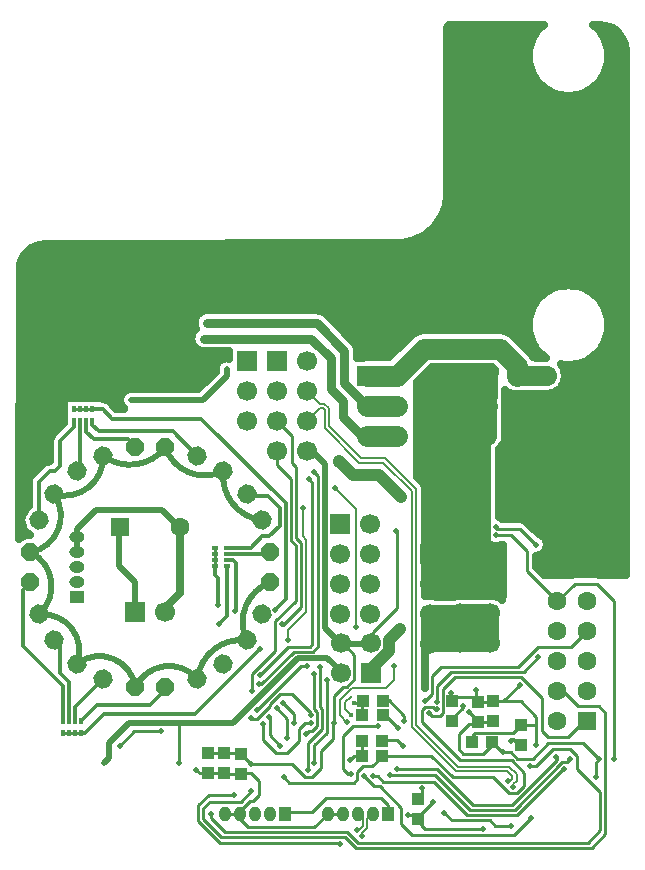
<source format=gtl>
G04 DipTrace 3.0.0.2*
G04 Top.gbr*
%MOMM*%
G04 #@! TF.FileFunction,Copper,L1,Top*
G04 #@! TF.Part,Single*
%AMOUTLINE0*5,1,8,0,0,1.67641,-22.49998*%
%AMOUTLINE1*5,1,8,0,0,1.67641,-262.50052*%
%AMOUTLINE2*5,1,8,0,0,1.67642,-232.50031*%
%AMOUTLINE3*5,1,8,0,0,1.67641,7.49948*%
%AMOUTLINE4*5,1,8,0,0,1.67641,-112.49998*%
%AMOUTLINE5*5,1,8,0,0,1.67641,-202.49998*%
%AMOUTLINE6*5,1,8,0,0,1.67642,37.49969*%
%AMOUTLINE7*5,1,8,0,0,1.67641,-82.50052*%
%AMOUTLINE8*5,1,8,0,0,1.67641,-172.50052*%
%AMOUTLINE9*5,1,8,0,0,1.67641,67.50002*%
%AMOUTLINE10*5,1,8,0,0,1.67642,-52.50031*%
%AMOUTLINE11*5,1,8,0,0,1.67642,-142.50031*%
G04 #@! TA.AperFunction,ViaPad*
%ADD13C,0.508*%
G04 #@! TA.AperFunction,Conductor*
%ADD14C,0.254*%
%ADD15C,1.016*%
%ADD16C,1.7*%
%ADD17C,1.778*%
%ADD18C,0.762*%
%ADD20C,1.524*%
%ADD21C,3.556*%
G04 #@! TA.AperFunction,CopperBalancing*
%ADD22C,0.635*%
G04 #@! TA.AperFunction,Conductor*
%ADD23C,0.2032*%
%ADD24C,0.3556*%
%ADD25C,0.1778*%
G04 #@! TA.AperFunction,ViaPad*
%ADD26C,0.381*%
G04 #@! TA.AperFunction,ComponentPad*
%ADD32C,1.6*%
%ADD33R,1.6X1.6*%
%ADD34R,1.0X1.1*%
%ADD35R,1.1X1.0*%
G04 #@! TA.AperFunction,ComponentPad*
%ADD36R,1.7X1.7*%
%ADD37C,1.7*%
%ADD38R,1.3X1.0*%
%ADD39O,1.3X1.0*%
%ADD40R,1.0X1.3*%
%ADD41O,1.0X1.3*%
%ADD42C,1.6*%
%ADD45R,0.3556X0.4953*%
%ADD46R,0.4953X0.3556*%
G04 #@! TA.AperFunction,ViaPad*
%ADD58C,0.3048*%
G04 #@! TA.AperFunction,ComponentPad*
%ADD118OUTLINE0*%
%ADD119OUTLINE1*%
%ADD120OUTLINE2*%
%ADD121OUTLINE3*%
%ADD122OUTLINE4*%
%ADD123OUTLINE5*%
%ADD124OUTLINE6*%
%ADD125OUTLINE7*%
%ADD126OUTLINE8*%
%ADD127OUTLINE9*%
%ADD128OUTLINE10*%
%ADD129OUTLINE11*%
%FSLAX35Y35*%
G04*
G71*
G90*
G75*
G01*
G04 Top*
%LPD*%
X3543306Y4447614D2*
D13*
X3583946D1*
X3693166Y4338394D1*
Y2946474D1*
X3822706Y2816934D1*
X3827786D1*
X4914906Y2237814D2*
D14*
X4991106Y2161614D1*
Y2153994D1*
X5113026D1*
X5115566Y2156534D1*
X5199386Y1894914D2*
X5196846D1*
X5113026Y1978734D1*
Y1960954D1*
X5036826Y1884754D1*
X4866646D1*
X4828546Y1922854D1*
Y2049854D1*
X4914906Y2136214D1*
X4973326D1*
X4991106Y2153994D1*
X2705106Y1887294D2*
X2842086D1*
X2842266Y1887114D1*
X2982146D1*
X2984506Y1884754D1*
X2981966D2*
X3068326Y1798394D1*
X3070866Y1795854D1*
X3827786Y2816934D2*
X3848106D1*
X3944626Y2720414D1*
Y2517214D1*
X3878586Y2451174D1*
X3848106D1*
X3771906Y2374974D1*
Y2146374D1*
X3761746D1*
Y2006674D1*
X3660146Y1905074D1*
Y1765374D1*
X3583946Y1689174D1*
X3528066D1*
X3418846Y1798394D1*
X3068326D1*
X5196846Y1894914D2*
X5267966D1*
X5323846Y1839034D1*
X5453386D1*
X5588006Y1973654D1*
X5880106D1*
X6017266Y1836494D1*
X6144266D2*
Y3177614D1*
X5999486Y3322394D1*
X5811526D1*
X5661666Y3172534D1*
X5267966Y1275154D2*
X5138426D1*
X5095246Y1318334D1*
X4770126D1*
X4704086Y1384374D1*
X5986786Y1686634D2*
Y1806014D1*
X6017266Y1836494D1*
X3827786Y2816934D2*
Y2811854D1*
D13*
X4081786D1*
D14*
Y2816934D1*
X4102106D1*
Y2913454D1*
X4307846Y3119194D1*
Y3759274D1*
X4295146Y3771974D1*
X5140966Y3733874D2*
X5267966D1*
X5405126Y3596714D1*
Y3429074D1*
X5661666Y3172534D1*
X4333246Y2941394D2*
D15*
X4239266Y2847414D1*
Y2755974D1*
X4081786Y2598494D1*
Y2562934D1*
X3827786D2*
D13*
Y2580714D1*
X3716026Y2692474D1*
X3464566D1*
X2918466Y2146374D1*
X2456186D1*
X2037086D1*
X1865133Y1974420D1*
Y1847420D1*
X1821186Y1803474D1*
X3815719Y4351094D2*
D15*
Y4363160D1*
X3934466Y4244414D1*
X4152906D1*
X4338326Y4058994D1*
X4228473Y1376754D2*
D14*
Y1451047D1*
X4173226Y1506294D1*
X3708406D1*
X3589026Y1386914D1*
X3355346D1*
Y1376754D1*
X2456186Y1806014D2*
Y2146374D1*
X1960886Y3799914D2*
D13*
X1953266D1*
Y3472254D1*
X2090426Y3335094D1*
Y3083634D1*
X2052326Y4879414D2*
X2661216D1*
X2862586Y5080784D1*
Y5138494D1*
X2090426Y2446094D2*
G03X1599440Y2646227I-303687J-42701D01*
G01*
G03X1273568Y3064077I-296303J104915D01*
G01*
G03X1201426Y3589094I-210737J238508D01*
G01*
G03X1401560Y4080079I-56294J309228D01*
G01*
G03X1819409Y4405952I88120J317839D01*
G01*
G03X2344426Y4478094I226108J300976D01*
G01*
G03X2835412Y4277960I331336J110532D01*
G01*
G03X3161284Y3860110I374712J-43765D01*
G01*
X3233426Y3335094D2*
G03X3033292Y2844108I125420J-337405D01*
G01*
G03X2615443Y2518235I-45716J-372210D01*
G01*
G03X2090426Y2446094I-238639J-209779D01*
G01*
X5576056Y4574614D2*
D16*
X5322056D1*
Y4787974D1*
X5616673D1*
X5575386Y4829260D1*
X5321386D2*
X5575386D1*
X5322056Y4574614D2*
Y4701614D1*
D17*
X6156966D1*
Y6502474D1*
X5214169Y7445270D1*
D13*
X5133346Y7526094D1*
X4051306Y4828614D2*
D17*
X4305306D1*
X2697486Y5532194D2*
D18*
X3624586D1*
X3860806Y5295974D1*
Y5019114D1*
X4051306Y4828614D1*
X4305306Y4574614D2*
D17*
X4051306D1*
D18*
X4010666D1*
X3848106Y4737174D1*
Y4866714D1*
X3743966Y4970854D1*
Y5235014D1*
X3581406Y5397574D1*
X2669546D1*
X4842183Y3579330D2*
D16*
Y3440170D1*
D21*
X4922526Y3520514D1*
Y4973474D1*
D16*
X4813386Y5082614D1*
Y4749134D1*
D17*
X4814056D1*
Y4574614D1*
D16*
X5068056D1*
Y4908727D1*
D17*
X5067386D1*
Y5082614D1*
D16*
X4813386D1*
Y4837327D1*
D17*
X4944419Y4706294D1*
D16*
X5067386Y4829260D1*
Y4829297D1*
D17*
X4937023Y4959660D1*
D16*
Y4697580D1*
X4814056Y4574614D1*
X4813386Y4829260D2*
X5067386D1*
X3543306Y4955614D2*
D23*
X3652526Y4846394D1*
X3689866D1*
X3729423Y4806830D1*
Y4656047D1*
X4000653Y4384817D1*
X4204486D1*
X4464056Y4125250D1*
Y2127864D1*
X4818926Y1772994D1*
X5255806D1*
X5317573Y1711227D1*
Y1653600D1*
X5291173Y1627197D1*
Y1605644D1*
X3543306Y4701614D2*
X3652526Y4810834D1*
X3675133D1*
X3693863Y4792104D1*
Y4641320D1*
X3985926Y4349257D1*
X4189759D1*
X4428496Y4110524D1*
Y2113137D1*
X4804199Y1737434D1*
X5241079D1*
X5282013Y1696500D1*
Y1668327D1*
X5266026Y1652344D1*
X5244473D1*
X4010666Y1188794D2*
Y1210347D1*
X4055753Y1255430D1*
Y1302587D1*
Y1312747D1*
Y1341194D1*
X4091313Y1376754D1*
X4101473D1*
X3963966Y1235494D2*
X3985519Y1235490D1*
X4020193Y1270164D1*
Y1302587D1*
Y1312747D1*
Y1341194D1*
X3984633Y1376754D1*
X3974473D1*
X3573786Y2146374D2*
D14*
X3530606D1*
X3477266Y2093034D1*
Y1991434D1*
X3378206Y1892374D1*
X3281686D1*
X3172466Y2001594D1*
Y2138754D1*
X3081026Y2413074D2*
Y2560394D1*
X3276606Y2755974D1*
Y3007434D1*
X3446786Y3177614D1*
Y3647514D1*
X3408686Y3685614D1*
Y4211394D1*
X3289306Y4330774D1*
Y4447614D1*
X5915666Y2156534D2*
X5885186D1*
X5753106Y2024454D1*
X5588006D1*
X5534666Y2077794D1*
Y2354654D1*
X5356866Y2532454D1*
X4800606D1*
X4696466Y2428314D1*
Y2230194D1*
X4665986Y2199714D1*
X4599946D1*
X4574546Y2225114D1*
X3599186Y2557854D2*
X3601726Y2555314D1*
Y2263214D1*
X3627126Y2237814D1*
Y2118434D1*
X3583946Y2075254D1*
X3563626D1*
X3538226Y2049854D1*
X5654046Y1859354D2*
X5659126D1*
Y1826334D1*
X5283206Y1450414D1*
X4945386D1*
X4643126Y1752674D1*
X4305306D1*
X3332486Y2982034D2*
X3340106Y2974414D1*
X3495046Y3129354D1*
Y3665294D1*
X3454406Y3705934D1*
Y4310454D1*
X3416306Y4348554D1*
Y4574614D1*
X3289306Y4701614D1*
X2768606Y3474794D2*
Y3525594D1*
Y3576394D1*
Y3627194D1*
X1478286Y2060014D2*
X1529086D1*
X1579886D1*
X1630686D1*
D24*
X1666246D1*
X1823726Y2217494D1*
X2595886D1*
X3149606Y2771214D1*
X2791466Y3142054D2*
Y3373194D1*
X2768606Y3396054D1*
Y3474794D1*
X1574806Y4800674D2*
D14*
X1625606D1*
X1676406D1*
X1727206D1*
D24*
X1813566D1*
X1894846Y4719394D1*
X2649226D1*
X3362966Y4005654D1*
Y3190314D1*
X3273746Y3101094D1*
X1478286Y2161614D2*
Y2456254D1*
X1137926Y2796614D1*
Y3271594D1*
X1201426Y3335094D1*
X5433066Y1775534D2*
D14*
X5478786D1*
X5626106Y1922854D1*
X5770886D1*
X5826766Y1866974D1*
Y1757754D1*
X6027426Y1557094D1*
Y1237054D1*
X5920746Y1130374D1*
X3972566D1*
X3883666Y1219274D1*
X2847346D1*
X2730506Y1336114D1*
Y1374214D1*
X4866646Y2288614D2*
Y2273374D1*
X4749806Y2156534D1*
X4775206D1*
X5267966Y1988894D2*
X5285746Y2006674D1*
X5336546Y1955874D1*
X5351786D1*
X4521206Y1590114D2*
Y1539314D1*
X4483106Y1501214D1*
X4180666Y1991434D2*
Y1999054D1*
X4305306D1*
X4356106Y1948254D1*
X4315466Y2103194D2*
X4302766Y2115894D1*
Y2113354D1*
X4203706Y2212414D1*
X4183206D1*
X4366266Y2159074D2*
Y2202254D1*
X4234186Y2334334D1*
X4188286D1*
X4185746Y2331794D1*
X4178306Y1866974D2*
X4597406D1*
X4780286Y1684094D1*
X5115566D1*
X5252726Y1546934D1*
X5321306D1*
X5384806Y1610434D1*
Y1717114D1*
X5275586Y1826334D1*
X4838706D1*
X4516126Y2148914D1*
Y2253054D1*
X4541526Y2278454D1*
X4607566D1*
X4635506Y2250514D1*
X4643126Y2258134D1*
X4178306Y1866974D2*
X4183386D1*
X4091946Y1775534D1*
X4020826D1*
X3970026Y1724734D1*
Y1668854D1*
X3939546Y1638374D1*
X3390906D1*
X3345186Y1684094D1*
X3340106Y2311474D2*
X3431546Y2220034D1*
Y2143834D1*
X3065786Y2184474D2*
X3060706Y2179394D1*
X3124206D1*
X3234113Y2289300D1*
Y2304540D1*
X3314706Y2385134D1*
X3418846D1*
X3573786Y2230194D1*
Y2212414D1*
X2870206Y3474794D2*
D24*
Y3050614D1*
X2801626Y2982034D1*
X1676406Y4699074D2*
Y4607634D1*
X1739906Y4544134D1*
X2024386D1*
X2090426Y4478094D1*
X2870206Y3627194D2*
X3065786D1*
X3162306Y3723714D1*
X3223266D1*
X3312166Y3812614D1*
Y3959934D1*
X3210566Y4061534D1*
X3052806D1*
X3034259Y4080080D1*
X2344426Y2446094D2*
Y2423234D1*
X2217426Y2296234D1*
X1765306D1*
X1630686Y2161614D1*
X1727206Y4699074D2*
Y4668594D1*
X1783086Y4612714D1*
X2407713D1*
X2615439Y4404987D1*
X1579886Y2161614D2*
Y2279674D1*
X1819413Y2519200D1*
X2870206Y3576394D2*
X3220726D1*
X3233426Y3589094D1*
X1274533Y3860107D2*
Y4182900D1*
X1366526Y4274894D1*
X1407166D1*
X1455426Y4323154D1*
Y4528894D1*
X1572266Y4645734D1*
Y4696534D1*
X1574806Y4699074D1*
X1625606D2*
Y4305094D1*
X1599439Y4278927D1*
X2870206Y3525594D2*
X2913386D1*
X2941326Y3497654D1*
Y3103954D1*
X2931166Y3093794D1*
X1529086Y2161614D2*
Y2491814D1*
X1455426Y2565474D1*
Y2789274D1*
X1400593Y2844107D1*
X4051306Y5082614D2*
D17*
X4305306D1*
X5321386D2*
D16*
X5575386D1*
X4587509Y2816637D2*
D22*
X4538986D1*
Y2438474D1*
X1600206Y3716094D2*
D13*
Y3789754D1*
X1757686Y3947234D1*
X2316486D1*
X2466346Y3797374D1*
X2468886Y3799914D1*
X1600206Y3589094D2*
Y3716094D1*
X2468886Y3799914D2*
D22*
Y3241114D1*
X2308866Y3081094D1*
D14*
X2346966D1*
X2344426Y3083634D1*
X4775206Y2326534D2*
X4762506D1*
Y2397834D1*
X4775206Y2326534D2*
X4769946D1*
X4808226Y2364814D1*
X4950286D1*
X4991106Y2323994D1*
X5113026D1*
X5115566Y2326534D1*
X4483106Y1331214D2*
Y1346114D1*
X4511046Y1374054D1*
X4612806Y1475814D1*
X5115566Y2326534D2*
X5206826D1*
X5344166Y2463874D1*
X4973326Y2425774D2*
Y2341774D1*
X4991106Y2323994D1*
X5483866Y1958414D2*
Y2123334D1*
Y2194634D1*
X5351966Y2326534D1*
X5115566D1*
X4013206Y1991434D2*
X4010666D1*
X4013206Y2212414D2*
Y2308934D1*
X3939546D1*
X4015746Y2331794D2*
X4018286D1*
Y2314014D1*
X4013206Y2308934D1*
X4399286Y1366594D2*
X4447726D1*
X4483106Y1331214D1*
X5031746Y1249754D2*
X4538986D1*
X4511046Y1277694D1*
Y1374054D1*
X4008306Y1866974D2*
Y1989074D1*
X4943026Y1978734D2*
Y2034794D1*
X4968246Y2060014D1*
X5285926D1*
X5351786Y2125874D1*
X5483866Y2123334D1*
X2974346Y1376754D2*
Y1397074D1*
X3060706Y1483434D1*
X3086106D1*
X3136906Y1534234D1*
Y1653614D1*
X3073406Y1717114D1*
X2986866D1*
X2984506Y1714754D1*
X2844626D1*
X2842266Y1717114D1*
X2705286D1*
X2705106Y1717294D1*
X2633806D1*
X2603506Y1747594D1*
X2974346Y1376754D2*
Y1331034D1*
X3045466Y1259914D1*
X3603633D1*
X3720473Y1376754D1*
X2847346D2*
X2974346D1*
X3720473D2*
X3847473D1*
X5321386Y5082614D2*
D17*
Y5168894D1*
X5176526Y5313754D1*
X4536446D1*
X4305306Y5082614D1*
X4587509Y3070637D2*
D20*
X4841489D1*
X4842183Y3071330D1*
X5096209D1*
Y2817330D1*
X4842183D1*
X4588203D1*
X4587509Y2816637D1*
Y3070637D1*
X4842183Y3071330D2*
Y2817330D1*
X5096209D2*
X5096183D1*
X4842183Y3071330D1*
X4587509Y3070637D2*
X4588876D1*
X4842183Y2817330D1*
Y3071330D2*
D14*
Y3071310D1*
X4587509Y2816637D1*
X5096209Y3071330D2*
X5096183D1*
X4842183Y2817330D1*
X4008306Y1866974D2*
X3939546D1*
X3903986Y1831414D1*
X3919226Y2207334D2*
D25*
X3868426Y2258134D1*
Y2319094D1*
X3914146Y2364814D1*
X3385826Y2847414D2*
Y2928694D1*
X3538226Y3081094D1*
Y3695774D1*
X3510286Y3723714D1*
Y3967554D1*
X5501646Y2700094D2*
D14*
X5377186Y2575634D1*
X4759966D1*
X4640586Y2456254D1*
Y2324174D1*
X3652526Y2613734D2*
Y2275914D1*
X3670306Y2258134D1*
Y2093034D1*
X3553466Y1976194D1*
Y1745054D1*
X5717546Y1750134D2*
X5707386D1*
X5323846Y1366594D1*
X4902206D1*
X4622806Y1645994D1*
X4191006D1*
X4142746Y1694254D1*
X4102106D1*
X3317246Y1950794D2*
X3228346Y2039694D1*
Y2189554D1*
X3225806Y2192094D1*
X3134366Y2471494D2*
X3154686D1*
X3431546Y2748354D1*
X3596646D1*
X3639826Y2791534D1*
Y4236794D1*
X3604266Y4272354D1*
X5661666Y2410534D2*
X5712466D1*
X5834386Y2288614D1*
X6012186D1*
X6070606Y2230194D1*
Y1204034D1*
X5953766Y1087194D1*
X3957326D1*
X3868426Y1176094D1*
X2819406D1*
X2664466Y1331034D1*
Y1422474D1*
X2720346Y1478354D1*
X2981966D1*
X3070866Y1567254D1*
X3558546Y4208854D2*
X3589026Y4178374D1*
Y2811854D1*
X3566166Y2788994D1*
X3385826D1*
X3144526Y2547694D1*
X3286766Y2270834D2*
X3378206Y2179394D1*
Y2014294D1*
X5773426Y1836494D2*
X5770886Y1839034D1*
X5742946Y1811094D1*
X5702306D1*
X5300986Y1409774D1*
X4919986D1*
X4630426Y1699334D1*
X4249426D1*
X5140966Y3799914D2*
Y3789754D1*
X5344166D1*
X5481326Y3652594D1*
X3545846Y2626434D2*
X3495046D1*
X3119126Y2250514D1*
X2308866Y2075254D2*
X2082806D1*
X1958346Y1950794D1*
X5443226Y1341194D2*
X5295906Y1193874D1*
X4434846D1*
X4343406Y1285314D1*
Y1422474D1*
X4157986Y1607894D1*
X4112266D1*
X4025906Y1694254D1*
X3914146Y1709494D2*
X3888746D1*
X3848106Y1750134D1*
Y2034614D1*
X3929386Y2115894D1*
X4142746D1*
X3782066Y4135194D2*
D25*
X3959866Y3957394D1*
Y2956634D1*
X4282446Y2623894D2*
Y2509594D1*
X4211326Y2438474D1*
X3921766D1*
X3822706Y2339414D1*
Y2207334D1*
X3883666Y2146374D1*
Y2151454D1*
X5915666Y2918534D2*
D14*
X5781046Y2783914D1*
X5501646D1*
X5334006Y2616274D1*
X4678686D1*
X4599946Y2537534D1*
Y2387674D1*
X4544066Y2331794D1*
X3713486Y2507054D2*
Y2062554D1*
X3606806Y1955874D1*
Y1800934D1*
X2928626Y1534234D2*
X2710186D1*
X2621286Y1445334D1*
Y1313254D1*
X2809246Y1125294D1*
X3820166D1*
X3825246Y1120214D1*
D13*
X4914906Y2237814D3*
X5199386Y1894914D3*
X3070866Y1795854D3*
X6017266Y1836494D3*
X6144266D3*
X5267966Y1275154D3*
X4704086Y1384374D3*
X5986786Y1686634D3*
X4295146Y3771974D3*
X5140966Y3733874D3*
X3771906Y2146374D3*
X4333246Y2941394D3*
X1821186Y1803474D3*
X3815719Y4351094D3*
X4338326Y4058994D3*
X2456186Y1806014D3*
X2052326Y4879414D3*
X2862586Y5138494D3*
X2697486Y5532194D3*
X2669546Y5397574D3*
X5291173Y1605644D3*
X5244473Y1652344D3*
X4010666Y1188794D3*
X3963966Y1235494D3*
X3573786Y2146374D3*
X3172466Y2138754D3*
X3081026Y2413074D3*
X4574546Y2225114D3*
X3599186Y2557854D3*
X3538226Y2049854D3*
X5654046Y1859354D3*
X4305306Y1752674D3*
X3332486Y2982034D3*
X3149606Y2771214D3*
X2791466Y3142054D3*
X3273746Y3101094D3*
X5433066Y1775534D3*
X2730506Y1374214D3*
X4866646Y2288614D3*
X5267966Y1988894D3*
X4521206Y1590114D3*
X4356106Y1948254D3*
X4315466Y2103194D3*
X4366266Y2159074D3*
X4643126Y2258134D3*
X3345186Y1684094D3*
X3340106Y2311474D3*
X3431546Y2143834D3*
X3065786Y2184474D3*
X3573786Y2212414D3*
X2801626Y2982034D3*
X2931166Y3093794D3*
X4538986Y2438474D3*
X4762506Y2397834D3*
X4538986Y2438474D3*
X4612806Y1475814D3*
X5344166Y2463874D3*
X4973326Y2425774D3*
X5483866Y1958414D3*
D26*
X3939546Y2308934D3*
D13*
X4399286Y1366594D3*
X5031746Y1249754D3*
X2603506Y1747594D3*
X3903986Y1831414D3*
D26*
X3919226Y2207334D3*
D58*
X3914146Y2364814D3*
D13*
X3385826Y2847414D3*
X3510286Y3967554D3*
X5501646Y2700094D3*
X4640586Y2324174D3*
X3652526Y2613734D3*
X3553466Y1745054D3*
X5717546Y1750134D3*
X4102106Y1694254D3*
X3317246Y1950794D3*
X3225806Y2192094D3*
X3134366Y2471494D3*
X3604266Y4272354D3*
X3070866Y1567254D3*
X3558546Y4208854D3*
X3144526Y2547694D3*
X3286766Y2270834D3*
X3378206Y2014294D3*
X5773426Y1836494D3*
X4249426Y1699334D3*
X5140966Y3799914D3*
X5481326Y3652594D3*
X3545846Y2626434D3*
X3119126Y2250514D3*
X2308866Y2075254D3*
X1958346Y1950794D3*
X5443226Y1341194D3*
X4025906Y1694254D3*
X3914146Y1709494D3*
X4142746Y2115894D3*
X3782066Y4135194D3*
X3959866Y2956634D3*
X4282446Y2623894D3*
X3883666Y2151454D3*
X4544066Y2331794D3*
X3713486Y2507054D3*
X3606806Y1800934D3*
X2928626Y1534234D3*
X3825246Y1120214D3*
X4752346Y8034094D3*
X4879346D3*
X5006346D3*
X5133346D3*
X5260346D3*
X5387346D3*
Y7907094D3*
X5260346D3*
X5133346D3*
X5006346D3*
X4879346D3*
X4752346D3*
Y7780094D3*
X4879346D3*
X5006346D3*
X5133346D3*
X5260346D3*
X5387346D3*
Y7653094D3*
X5260346D3*
X5133346D3*
X5006346D3*
X4879346D3*
X4752346D3*
Y7526094D3*
X4879346D3*
X5006346D3*
X5133346D3*
X5260346D3*
X5387346D3*
X1196346Y5748094D3*
Y5621094D3*
Y5494094D3*
Y5367094D3*
Y5240094D3*
Y5113094D3*
Y4986094D3*
Y4605094D3*
Y4478094D3*
Y4351094D3*
Y4224094D3*
X1323346Y4351094D3*
Y4478094D3*
Y4605094D3*
X1704346Y6129094D3*
X1958346D3*
X2212346D3*
X2466346D3*
X2720346D3*
X2974346D3*
X3228346D3*
X3482346D3*
X3736346D3*
X3990346D3*
X4244346D3*
X4498346D3*
Y5875094D3*
X1450346Y5748094D3*
Y5494094D3*
Y5240094D3*
X4244346Y5875094D3*
X3990346D3*
X3609346Y6002094D3*
X3355346D3*
X3101346D3*
X2847346D3*
X2593346D3*
X3863346D3*
X4117346D3*
X4371346D3*
Y5748094D3*
X4117346D3*
X1450346Y4986094D3*
X5641346Y7272094D3*
X5895346D3*
X5641346Y7018094D3*
X5895346D3*
Y6764094D3*
X5641346D3*
Y6510094D3*
X5895346D3*
Y6256094D3*
X5641346D3*
X5895346Y6002094D3*
X5641346D3*
X5387346Y5748094D3*
Y5494094D3*
X5895346Y4986094D3*
Y4732094D3*
X2720346Y5748094D3*
X2974346D3*
X3482346D3*
X3228346D3*
X2466346D3*
X3736346D3*
X4244346Y5494094D3*
X3990346D3*
X4498346D3*
X1704346Y4986094D3*
Y5240094D3*
Y5494094D3*
Y5748094D3*
X5260346Y4224094D3*
X5514346D3*
X5768346D3*
X6022346Y4478094D3*
Y4732094D3*
Y4986094D3*
Y3970094D3*
Y3716094D3*
X4737136Y7992517D2*
D22*
X5481473D1*
X6034916D2*
X6169556D1*
X4737259Y7929350D2*
X5444393D1*
X6071876D2*
X6213709D1*
X4737383Y7866184D2*
X5423306D1*
X6093083D2*
X6233056D1*
X4737506Y7803017D2*
X5415123D1*
X6101269D2*
X6238266D1*
X4737633Y7739850D2*
X5418966D1*
X6097423D2*
X6238266D1*
X4737756Y7676684D2*
X5435089D1*
X6081303D2*
X6238266D1*
X4737879Y7613517D2*
X5465846D1*
X6050543D2*
X6238266D1*
X4738003Y7550350D2*
X5516573D1*
X5999693D2*
X6238266D1*
X4738126Y7487184D2*
X5607359D1*
X5909033D2*
X6238266D1*
X4738253Y7424017D2*
X6238266D1*
X4738253Y7360850D2*
X6238266D1*
X4738376Y7297684D2*
X6238266D1*
X4738499Y7234517D2*
X6238266D1*
X4738623Y7171350D2*
X6238266D1*
X4738746Y7108184D2*
X6238266D1*
X4738873Y7045017D2*
X6238266D1*
X4738996Y6981850D2*
X6238266D1*
X4739119Y6918684D2*
X6238266D1*
X4739243Y6855517D2*
X6238266D1*
X4739366Y6792350D2*
X6238266D1*
X4739493Y6729184D2*
X6238266D1*
X4739616Y6666017D2*
X6238266D1*
X4737136Y6602850D2*
X6238266D1*
X4728083Y6539684D2*
X6238266D1*
X4707123Y6476517D2*
X6238266D1*
X4677356Y6413350D2*
X6238266D1*
X4631839Y6350184D2*
X6238266D1*
X4561146Y6287017D2*
X6238266D1*
X4431293Y6223850D2*
X6238266D1*
X1210033Y6160684D2*
X6238266D1*
X1150006Y6097517D2*
X6238266D1*
X1124579Y6034350D2*
X6238266D1*
X1120116Y5971184D2*
X6238266D1*
X1119866Y5908017D2*
X6238266D1*
X1119743Y5844850D2*
X5700623D1*
X5815643D2*
X6238266D1*
X1119496Y5781684D2*
X5550059D1*
X5966206D2*
X6238266D1*
X1119246Y5718517D2*
X5485816D1*
X6030576D2*
X6238266D1*
X1119123Y5655350D2*
X5446996D1*
X6069396D2*
X6238266D1*
X1118876Y5592184D2*
X2604503D1*
X3720019D2*
X5424673D1*
X6091719D2*
X6238266D1*
X1118626Y5529017D2*
X2585776D1*
X3783146D2*
X5415369D1*
X6101019D2*
X6238266D1*
X1118503Y5465850D2*
X2582923D1*
X3846276D2*
X4494619D1*
X5218346D2*
X5418099D1*
X6098293D2*
X6238266D1*
X1118256Y5402684D2*
X2557993D1*
X3909526D2*
X4398129D1*
X5314836D2*
X5433106D1*
X6083286D2*
X6238266D1*
X1118006Y5339517D2*
X2575233D1*
X3963106D2*
X4335003D1*
X5377963D2*
X5462376D1*
X6054016D2*
X6238266D1*
X1117883Y5276350D2*
X2876609D1*
X3972529D2*
X4271873D1*
X5441093D2*
X5510993D1*
X6005399D2*
X6238266D1*
X1117636Y5213184D2*
X2801326D1*
X5920319D2*
X6238266D1*
X1117386Y5150017D2*
X2764246D1*
X5718286D2*
X6238266D1*
X1117263Y5086850D2*
X2731256D1*
X5734036D2*
X6238266D1*
X1117016Y5023684D2*
X2668126D1*
X5722129D2*
X6238266D1*
X1116766Y4960517D2*
X2001006D1*
X5672769D2*
X6238266D1*
X1116643Y4897350D2*
X1954993D1*
X5230253D2*
X6238266D1*
X1116396Y4834184D2*
X1483329D1*
X1906673D2*
X1965036D1*
X5229879D2*
X6238266D1*
X1116146Y4771017D2*
X1483329D1*
X5226656D2*
X6238266D1*
X1116023Y4707850D2*
X1481593D1*
X5226656D2*
X6238266D1*
X1115776Y4644684D2*
X1444636D1*
X5226656D2*
X6238266D1*
X1115526Y4581517D2*
X1382253D1*
X5226656D2*
X6238266D1*
X1115403Y4518350D2*
X1364019D1*
X5215989D2*
X6238266D1*
X1115156Y4455184D2*
X1364019D1*
X5173946D2*
X6238266D1*
X1114906Y4392017D2*
X1364019D1*
X5173946D2*
X6238266D1*
X1114783Y4328850D2*
X1293823D1*
X5173946D2*
X6238266D1*
X1114536Y4265684D2*
X1230696D1*
X5173946D2*
X6238266D1*
X1114286Y4202517D2*
X1185426D1*
X5173946D2*
X6238266D1*
X1114163Y4139350D2*
X1183069D1*
X5173946D2*
X6238266D1*
X1113916Y4076184D2*
X1183069D1*
X5173946D2*
X6238266D1*
X1113666Y4013017D2*
X1183069D1*
X5173946D2*
X6238266D1*
X1113543Y3949850D2*
X1152829D1*
X5173946D2*
X6238266D1*
X5180023Y3886684D2*
X6238266D1*
X5429806Y3823517D2*
X6238266D1*
X1112923Y3760350D2*
X1155396D1*
X5493059D2*
X6238266D1*
X5568959Y3697184D2*
X6238266D1*
X5578509Y3634017D2*
X6238266D1*
X5531383Y3570850D2*
X6238266D1*
X5491446Y3507684D2*
X6238266D1*
X5509179Y3444517D2*
X6238266D1*
X1183726Y3745424D2*
X1165666Y3756770D1*
X1154626Y3768104D1*
X1146536Y3781704D1*
X1136619Y3815637D1*
X1125239Y3858780D1*
X1124206Y3874567D1*
X1126886Y3890164D1*
X1130669Y3900024D1*
X1143443Y3922500D1*
X1168029Y3964730D1*
X1178459Y3976627D1*
X1186839Y3983057D1*
X5485136Y3559880D2*
Y3462147D1*
X5548786Y3398567D1*
X5787323Y3398594D1*
X5805249Y3402157D1*
X6005763D1*
X6019133Y3399920D1*
X6085846Y3398594D1*
X6244596D1*
Y7829477D1*
X6235726Y7892560D1*
X6213139Y7945777D1*
X6177549Y7991334D1*
X6131386Y8026130D1*
X6077793Y8047797D1*
X6013496Y8055717D1*
X5966833Y8055690D1*
X5996399Y8029740D1*
X6014353Y8010314D1*
X6030729Y7989544D1*
X6045426Y7967547D1*
X6058353Y7944470D1*
X6069426Y7920447D1*
X6078583Y7895630D1*
X6085763Y7870170D1*
X6090923Y7844227D1*
X6094029Y7817957D1*
X6095069Y7791527D1*
X6094029Y7765097D1*
X6090923Y7738827D1*
X6085763Y7712884D1*
X6078583Y7687424D1*
X6069426Y7662607D1*
X6058353Y7638584D1*
X6045426Y7615507D1*
X6030729Y7593510D1*
X6014353Y7572740D1*
X5996399Y7553314D1*
X5976973Y7535360D1*
X5956203Y7518984D1*
X5934206Y7504287D1*
X5911129Y7491360D1*
X5887106Y7480287D1*
X5862289Y7471130D1*
X5836829Y7463950D1*
X5810886Y7458790D1*
X5784616Y7455684D1*
X5758186Y7454644D1*
X5731756Y7455684D1*
X5705486Y7458790D1*
X5679543Y7463950D1*
X5654083Y7471130D1*
X5629266Y7480287D1*
X5605243Y7491360D1*
X5582166Y7504287D1*
X5560169Y7518984D1*
X5539399Y7535360D1*
X5519973Y7553314D1*
X5502019Y7572740D1*
X5485643Y7593510D1*
X5470946Y7615507D1*
X5458019Y7638584D1*
X5446946Y7662607D1*
X5437789Y7687424D1*
X5430609Y7712884D1*
X5425449Y7738827D1*
X5422343Y7765097D1*
X5421303Y7791527D1*
X5422343Y7817957D1*
X5425449Y7844227D1*
X5430609Y7870170D1*
X5437789Y7895630D1*
X5446946Y7920447D1*
X5458019Y7944470D1*
X5470946Y7967547D1*
X5485643Y7989544D1*
X5502019Y8010314D1*
X5519973Y8029740D1*
X5549539Y8055690D1*
X4767436Y8055680D1*
X4753933Y8053500D1*
X4746249Y8050000D1*
X4739769Y8044604D1*
X4734959Y8037710D1*
X4732126Y8029774D1*
X4730733Y8012087D1*
X4732986Y6617740D1*
X4718719Y6521387D1*
X4679829Y6425747D1*
X4619263Y6342130D1*
X4540516Y6275354D1*
X4448126Y6229264D1*
X4348013Y6206657D1*
X1333153Y6198957D1*
X1273136Y6192927D1*
X1229286Y6177690D1*
X1204673Y6161740D1*
X1147689Y6104704D1*
X1129413Y6072664D1*
X1117786Y6032644D1*
X1113743Y5977417D1*
X1106319Y3698714D1*
X1129786Y3720990D1*
X1143589Y3728720D1*
X1158819Y3733014D1*
X1169349Y3733844D1*
X1202436Y3734584D1*
X1165666Y3756770D1*
X1154626Y3768104D1*
X1146536Y3781700D1*
X1143009Y3791660D1*
X1124483Y3864010D1*
X1124689Y3879834D1*
X1128583Y3895167D1*
X1133129Y3904700D1*
X1171189Y3968964D1*
X1182523Y3980007D1*
X1187746Y3983597D1*
X1189429Y3987107D1*
X1189693Y4189564D1*
X1193593Y4209180D1*
X1201969Y4227347D1*
X1214353Y4243054D1*
X1214983Y4243640D1*
X1311263Y4339597D1*
X1327896Y4350710D1*
X1346663Y4357634D1*
X1366526Y4359984D1*
X1367386Y4359950D1*
X1370443Y4359984D1*
X1370599Y4535570D1*
X1374499Y4555187D1*
X1382876Y4573354D1*
X1395259Y4589060D1*
X1395889Y4589647D1*
X1487253Y4681057D1*
X1488223Y4709844D1*
X1489719Y4717077D1*
X1489716Y4892747D1*
X1812296D1*
Y4885680D1*
X1826876Y4884717D1*
X1846129Y4879287D1*
X1863579Y4869514D1*
X1873733Y4860840D1*
X1930123Y4804450D1*
X1997663Y4804484D1*
X1986769Y4813857D1*
X1977323Y4824920D1*
X1969719Y4837324D1*
X1964153Y4850764D1*
X1960756Y4864910D1*
X1959616Y4879414D1*
X1960756Y4893917D1*
X1964153Y4908064D1*
X1969719Y4921504D1*
X1977323Y4933907D1*
X1986769Y4944970D1*
X1997833Y4954417D1*
X2010236Y4962020D1*
X2023676Y4967587D1*
X2037823Y4970984D1*
X2052326Y4972124D1*
X2622959D1*
X2769916Y5119224D1*
X2770163Y5145767D1*
X2772436Y5160137D1*
X2776933Y5173974D1*
X2783539Y5186934D1*
X2792089Y5198704D1*
X2802376Y5208990D1*
X2814146Y5217540D1*
X2827106Y5224147D1*
X2840943Y5228644D1*
X2855313Y5230917D1*
X2869859D1*
X2882996Y5228827D1*
X2882906Y5292164D1*
X2661276Y5292487D1*
X2644939Y5295077D1*
X2629206Y5300187D1*
X2614469Y5307697D1*
X2601086Y5317420D1*
X2589393Y5329114D1*
X2579669Y5342497D1*
X2572159Y5357234D1*
X2567049Y5372967D1*
X2564459Y5389304D1*
Y5405844D1*
X2567049Y5422180D1*
X2572159Y5437914D1*
X2579669Y5452650D1*
X2589393Y5466034D1*
X2601086Y5477727D1*
X2605326Y5481070D1*
X2597236Y5499620D1*
X2593373Y5515704D1*
X2592076Y5532194D1*
X2593373Y5548684D1*
X2597236Y5564767D1*
X2603566Y5580050D1*
X2612206Y5594154D1*
X2622949Y5606730D1*
X2635526Y5617474D1*
X2649629Y5626114D1*
X2664913Y5632444D1*
X2680996Y5636307D1*
X2697486Y5637604D1*
X3632856Y5637280D1*
X3649193Y5634690D1*
X3664926Y5629580D1*
X3679663Y5622070D1*
X3693046Y5612347D1*
X3811376Y5494477D1*
X3940959Y5364434D1*
X3950683Y5351050D1*
X3958193Y5336314D1*
X3963303Y5320580D1*
X3965893Y5304244D1*
X3966093Y5234924D1*
X4016696D1*
X4039049Y5238344D1*
X4146556Y5238824D1*
X4240689D1*
X4434996Y5432537D1*
X4454826Y5446944D1*
X4476666Y5458074D1*
X4499979Y5465647D1*
X4524189Y5469484D1*
X4599946Y5469964D1*
X5188783Y5469484D1*
X5212993Y5465647D1*
X5236306Y5458074D1*
X5258146Y5446944D1*
X5277976Y5432537D1*
X5331886Y5379310D1*
X5440169Y5270344D1*
X5454576Y5250514D1*
X5460953Y5238984D1*
X5480136Y5234924D1*
X5566333D1*
X5539399Y5255707D1*
X5519973Y5273660D1*
X5502019Y5293087D1*
X5485643Y5313857D1*
X5470946Y5335854D1*
X5458019Y5358930D1*
X5446946Y5382954D1*
X5437789Y5407770D1*
X5430609Y5433230D1*
X5425449Y5459174D1*
X5422343Y5485444D1*
X5421303Y5511874D1*
X5422343Y5538304D1*
X5425449Y5564574D1*
X5430609Y5590517D1*
X5437789Y5615977D1*
X5446946Y5640794D1*
X5458019Y5664817D1*
X5470946Y5687894D1*
X5485643Y5709890D1*
X5502019Y5730660D1*
X5519973Y5750087D1*
X5539399Y5768040D1*
X5560169Y5784417D1*
X5582166Y5799114D1*
X5605243Y5812040D1*
X5629266Y5823114D1*
X5654083Y5832270D1*
X5679543Y5839450D1*
X5705486Y5844610D1*
X5731756Y5847717D1*
X5758186Y5848757D1*
X5784616Y5847717D1*
X5810886Y5844610D1*
X5836829Y5839450D1*
X5862289Y5832270D1*
X5887106Y5823114D1*
X5911129Y5812040D1*
X5934206Y5799114D1*
X5956203Y5784417D1*
X5976973Y5768040D1*
X5996399Y5750087D1*
X6014353Y5730660D1*
X6030729Y5709890D1*
X6045426Y5687894D1*
X6058353Y5664817D1*
X6069426Y5640794D1*
X6078583Y5615977D1*
X6085763Y5590517D1*
X6090923Y5564574D1*
X6094029Y5538304D1*
X6095069Y5511874D1*
X6094029Y5485444D1*
X6090923Y5459174D1*
X6085763Y5433230D1*
X6078583Y5407770D1*
X6069426Y5382954D1*
X6058353Y5358930D1*
X6045426Y5335854D1*
X6030729Y5313857D1*
X6014353Y5293087D1*
X5996399Y5273660D1*
X5976973Y5255707D1*
X5956203Y5239330D1*
X5934206Y5224634D1*
X5911129Y5211707D1*
X5887106Y5200634D1*
X5862289Y5191477D1*
X5836829Y5184297D1*
X5810886Y5179137D1*
X5784616Y5176030D1*
X5758186Y5174990D1*
X5731756Y5176030D1*
X5690793Y5182060D1*
X5705253Y5162197D1*
X5716103Y5140900D1*
X5723489Y5118170D1*
X5727226Y5094564D1*
Y5070664D1*
X5723489Y5047057D1*
X5716103Y5024327D1*
X5705253Y5003030D1*
X5691203Y4983697D1*
X5674303Y4966797D1*
X5654969Y4952747D1*
X5633673Y4941897D1*
X5610943Y4934510D1*
X5587336Y4930774D1*
X5448386Y4930304D1*
X5355989D1*
X5333643Y4926884D1*
X5309129D1*
X5284919Y4930720D1*
X5261606Y4938294D1*
X5239766Y4949424D1*
X5223586Y4960954D1*
X5224266Y4908727D1*
X5222343Y4884290D1*
X5220333Y4874187D1*
X5223116Y4841554D1*
Y4817040D1*
X5220336Y4798140D1*
X5219896Y4562664D1*
X5216159Y4539057D1*
X5208773Y4516327D1*
X5197923Y4495030D1*
X5183873Y4475697D1*
X5175723Y4466884D1*
X5183873Y4475697D1*
X5167636Y4459397D1*
Y3888640D1*
X5183056Y3882520D1*
X5195459Y3874917D1*
X5201906Y3869734D1*
X5350443Y3869517D1*
X5368889Y3865847D1*
X5385973Y3857974D1*
X5400743Y3846330D1*
X5401326Y3845700D1*
X5504839Y3742234D1*
X5523416Y3735200D1*
X5535819Y3727597D1*
X5546883Y3718150D1*
X5556329Y3707087D1*
X5563933Y3694684D1*
X5569499Y3681244D1*
X5572896Y3667097D1*
X5574036Y3652594D1*
X5572896Y3638090D1*
X5569499Y3623944D1*
X5563933Y3610504D1*
X5556329Y3598100D1*
X5546883Y3587037D1*
X5535819Y3577590D1*
X5523416Y3569987D1*
X5509976Y3564420D1*
X5495829Y3561024D1*
X5485106Y3560034D1*
X1992139Y4808897D2*
X1981829Y4819204D1*
X1973276Y4830974D1*
X1966673Y4843934D1*
X1962176Y4857770D1*
X1959903Y4872140D1*
Y4886687D1*
X1962176Y4901057D1*
X1966673Y4914894D1*
X1973276Y4927854D1*
X1981829Y4939624D1*
X1992116Y4949910D1*
X2003886Y4958464D1*
X2016846Y4965067D1*
X2030683Y4969564D1*
X2045053Y4971837D1*
X2052326Y4972124D1*
X4547859Y3598317D2*
X5199429D1*
X4547859Y3535150D2*
X5199429D1*
X4547859Y3471984D2*
X5199429D1*
X4547859Y3408817D2*
X5199429D1*
X4547859Y3345650D2*
X5199429D1*
X4547859Y3282484D2*
X5199429D1*
X4626863Y3219317D2*
X4799826D1*
X4884583D2*
X5053826D1*
X5138583D2*
X5199429D1*
X5045416Y3214810D2*
X5060653Y3219430D1*
X5084259Y3223170D1*
X5108159D1*
X5131766Y3219430D1*
X5154496Y3212047D1*
X5175793Y3201197D1*
X5195126Y3187147D1*
X5198316Y3184197D1*
X5205736Y3215714D1*
Y3653887D1*
X5187723Y3653864D1*
X5169616Y3645700D1*
X5155469Y3642304D1*
X5140966Y3641164D1*
X5126463Y3642304D1*
X5112316Y3645700D1*
X5098876Y3651267D1*
X5085689Y3659487D1*
X4541486Y3661327D1*
X4541526Y3215787D1*
X4563683Y3221070D1*
X4587509Y3222947D1*
X4611336Y3221070D1*
X4634576Y3215494D1*
X4638303Y3214117D1*
X4789296Y3214147D1*
X4806626Y3219430D1*
X4830233Y3223170D1*
X4854133D1*
X4877739Y3219430D1*
X4892976Y3214810D1*
X5045209Y3214840D1*
X4592869Y5142970D2*
X5120043D1*
X4529743Y5079804D2*
X5121656D1*
X4480566Y5016637D2*
X5115083D1*
X4480566Y4953470D2*
X5108509D1*
X4480566Y4890304D2*
X5101936D1*
X4480566Y4827137D2*
X5095363D1*
X4480566Y4763970D2*
X5088789D1*
X4480566Y4700804D2*
X5082216D1*
X4480566Y4637637D2*
X5075643D1*
X4480566Y4574470D2*
X5069069D1*
X4480566Y4511304D2*
X5062496D1*
X4480566Y4448137D2*
X5059643D1*
X4480566Y4384970D2*
X5059643D1*
X4480566Y4321804D2*
X5059643D1*
X4480566Y4258637D2*
X5059643D1*
X4509649Y4195470D2*
X5059643D1*
X4547476Y4132304D2*
X5059643D1*
X4547849Y4069137D2*
X5059643D1*
X4547849Y4005970D2*
X5059643D1*
X4547849Y3942804D2*
X5059643D1*
X4547849Y3879637D2*
X5059643D1*
X4547849Y3816470D2*
X5043396D1*
X4547849Y3753304D2*
X5044016D1*
X4547849Y3690137D2*
X5052823D1*
X4547849Y3626970D2*
X5088046D1*
X4547849Y3563804D2*
X5104293D1*
X4547849Y3500637D2*
X5120416D1*
X4547849Y3437470D2*
X5136663D1*
X4547849Y3374304D2*
X5152909D1*
X4547849Y3311137D2*
X5169156D1*
X4547849Y3247970D2*
X5185279D1*
X5045416Y3214810D2*
X5060653Y3219430D1*
X5084259Y3223170D1*
X5108159D1*
X5131766Y3219430D1*
X5154496Y3212047D1*
X5175793Y3201197D1*
X5178859Y3199147D1*
X5198566Y3221067D1*
X5086129Y3659184D1*
X5075409Y3668317D1*
X5065963Y3679380D1*
X5058359Y3691784D1*
X5052793Y3705224D1*
X5049396Y3719370D1*
X5048256Y3733874D1*
X5049396Y3748377D1*
X5054379Y3766817D1*
X5049396Y3785410D1*
X5048256Y3799914D1*
X5049396Y3814417D1*
X5052793Y3828564D1*
X5058359Y3842004D1*
X5066086Y3854564D1*
X5066206Y4486464D1*
X5133833Y5135687D1*
X5111743Y5157624D1*
X4601183Y5157544D1*
X4474226Y5030620D1*
X4474216Y4224584D1*
X4522966Y4175564D1*
X4533083Y4160420D1*
X4539386Y4143337D1*
X4541526Y4125250D1*
Y3215787D1*
X4563683Y3221070D1*
X4587509Y3222947D1*
X4611336Y3221070D1*
X4634576Y3215494D1*
X4638303Y3214117D1*
X4789296Y3214147D1*
X4806626Y3219430D1*
X4830233Y3223170D1*
X4854133D1*
X4877739Y3219430D1*
X4892976Y3214810D1*
X5045209Y3214840D1*
D32*
X2468886Y3799914D3*
D33*
X1960886D3*
D34*
X5351786Y1955874D3*
Y2125874D3*
X4483106Y1501214D3*
Y1331214D3*
X4991106Y2153994D3*
Y2323994D3*
X2984506Y1884754D3*
Y1714754D3*
X2705106Y1887294D3*
Y1717294D3*
D35*
X5113026Y1978734D3*
X4943026D3*
D34*
X5115566Y2156534D3*
Y2326534D3*
X2842266Y1887114D3*
Y1717114D3*
D35*
X4178306Y1866974D3*
X4008306D3*
D36*
X4051306Y5082614D3*
D37*
X4305306D3*
X4051306Y4828614D3*
X4305306D3*
X4051306Y4574614D3*
X4305306D3*
D36*
X3289306Y5209614D3*
D37*
X3543306D3*
X3289306Y4955614D3*
X3543306D3*
X3289306Y4701614D3*
X3543306D3*
X3289306Y4447614D3*
X3543306D3*
D36*
X4814056Y4574614D3*
D37*
X5068056D3*
X5322056D3*
X5576056D3*
D36*
X4813386Y4829260D3*
D37*
X5067386D3*
X5321386D3*
X5575386D3*
D36*
X4813386Y5082614D3*
D37*
X5067386D3*
X5321386D3*
X5575386D3*
D36*
X3035306Y5209614D3*
D37*
Y4955614D3*
Y4701614D3*
D38*
X1600206Y3208094D3*
D39*
Y3335094D3*
Y3462094D3*
Y3589094D3*
Y3716094D3*
D40*
X4228473Y1376754D3*
D41*
X4101473D3*
X3974473D3*
X3847473D3*
X3720473D3*
D40*
X3355346D3*
D41*
X3228346D3*
X3101346D3*
X2974346D3*
X2847346D3*
D33*
X5915666Y2156534D3*
D42*
X5661666D3*
X5915666Y2410534D3*
X5661666D3*
X5915666Y2664534D3*
X5661666D3*
X5915666Y2918534D3*
X5661666D3*
X5915666Y3172534D3*
X5661666D3*
D36*
X3826516Y3832300D3*
D37*
X4080516D3*
X3826516Y3578300D3*
X4080516D3*
X3826516Y3324300D3*
X4080516D3*
X3826516Y3070300D3*
X4080516D3*
D36*
X5096209Y3579330D3*
D37*
Y3325330D3*
Y3071330D3*
Y2817330D3*
D36*
X4842183Y3579330D3*
D37*
Y3325330D3*
Y3071330D3*
Y2817330D3*
D36*
X4587509Y3578637D3*
D37*
Y3324637D3*
Y3070637D3*
Y2816637D3*
D36*
X4081786Y2562934D3*
D37*
X3827786D3*
X4081786Y2816934D3*
X3827786D3*
D36*
X2090426Y3083634D3*
D37*
X2344426D3*
D34*
X4775206Y2156534D3*
Y2326534D3*
D35*
X4010666Y1991434D3*
X4180666D3*
X4013206Y2212414D3*
X4183206D3*
X4015746Y2331794D3*
X4185746D3*
D45*
X1574806Y4800674D3*
X1676406D3*
X1727206D3*
X1625606D3*
X1727206Y4699074D3*
X1676406D3*
X1625606D3*
X1574806D3*
D46*
X2768606Y3474794D3*
Y3576394D3*
Y3627194D3*
Y3525594D3*
X2870206Y3627194D3*
Y3576394D3*
Y3525594D3*
Y3474794D3*
D45*
X1630686Y2060014D3*
X1529086D3*
X1478286D3*
X1579886D3*
X1478286Y2161614D3*
X1529086D3*
X1579886D3*
X1630686D3*
D118*
X2090426Y2446094D3*
X2344426D3*
D119*
X3161284Y3860110D3*
X3034284Y4080080D3*
D120*
X2835412Y4277960D3*
X2615438Y4404960D3*
D121*
X2615443Y2518235D3*
X2835413Y2645235D3*
D122*
X1201426Y3589094D3*
Y3335094D3*
D123*
X2344426Y4478094D3*
X2090426D3*
D124*
X3033292Y2844108D3*
X3160292Y3064081D3*
D125*
X1273568Y3064077D3*
X1400568Y2844107D3*
D126*
X1819409Y4405952D3*
X1599439Y4278952D3*
D127*
X3233426Y3335094D3*
Y3589094D3*
D128*
X1599440Y2646227D3*
X1819414Y2519227D3*
D129*
X1401560Y4080079D3*
X1274560Y3860106D3*
M02*

</source>
